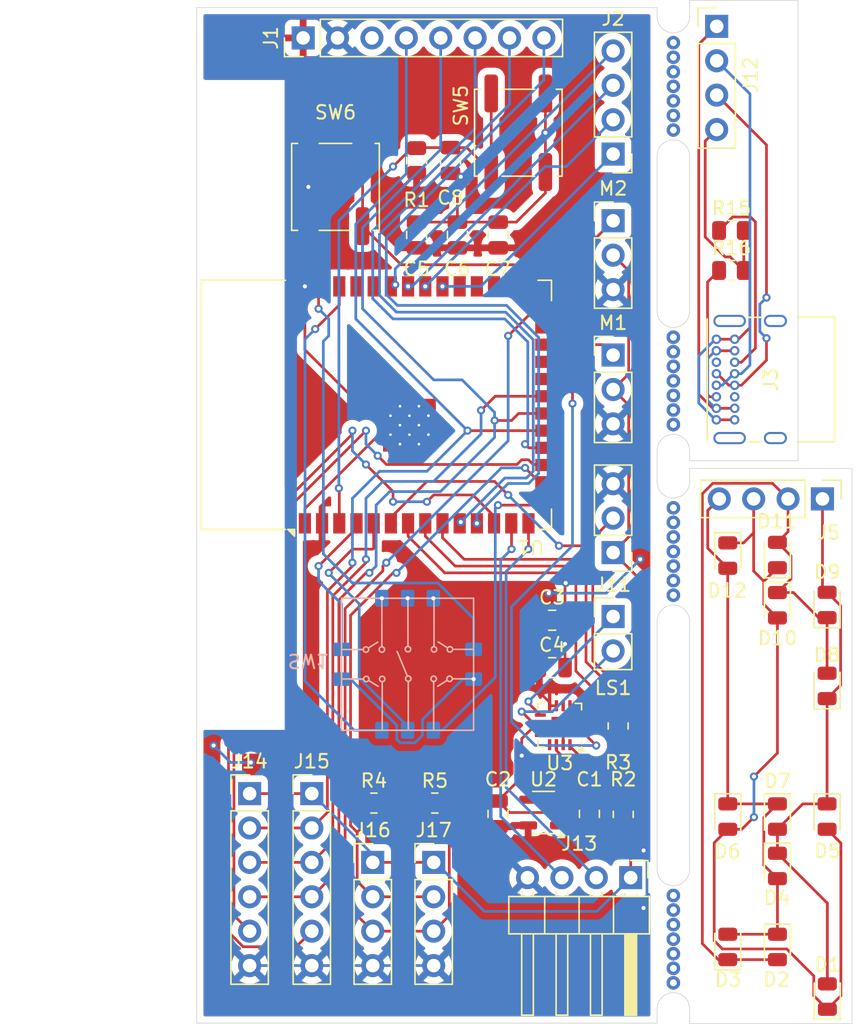
<source format=kicad_pcb>
(kicad_pcb (version 20241229) (generator "pcbnew") (generator_version "9.0")
  (layers (0 "F.Cu" signal) (2 "B.Cu" signal) (13 "F.Paste" user) (15 "B.Paste" user) (5 "F.SilkS" user "F.Silkscreen") (7 "B.SilkS" user "B.Silkscreen") (1 "F.Mask" user) (3 "B.Mask" user) (25 "Edge.Cuts" user))
  (net 0 "")
  (net 1 "GND")
  (net 2 "+5V")
  (net 3 "+3V3")
  (net 4 "RESET")
  (net 5 "LEDA")
  (net 6 "LEDB")
  (net 7 "LEDC")
  (net 8 "CS0")
  (net 9 "RES")
  (net 10 "SCK")
  (net 11 "D{slash}C")
  (net 12 "MOSI")
  (net 14 "UP")
  (net 16 "Net-(J3-CC1)")
  (net 17 "D+")
  (net 18 "D-")
  (net 21 "Net-(J3-CC2)")
  (net 25 "DOWN")
  (net 26 "LEFT")
  (net 27 "RIGHT")
  (net 28 "WS2812B")
  (net 29 "CS1")
  (net 30 "MISO")
  (net 31 "CS2")
  (net 32 "SCL")
  (net 33 "SDA")
  (net 34 "Net-(U3-OUTP)")
  (net 35 "Net-(U3-OUTN)")
  (net 36 "SERV1")
  (net 37 "SERV2")
  (net 38 "Net-(U2-EN)")
  (net 39 "Net-(U3-~{SD_MODE})")
  (net 40 "SDMODE")
  (net 41 "BOOT")
  (net 45 "BCLK")
  (net 48 "DIN")
  (net 49 "FCLK")
  (net 55 "LEDD")
  (net 56 "ENTER")
  (footprint "" (layer "F.Cu") (at 164.95 84.425)
    (property "Reference" "")
    (property "Value" "")
  )
  (footprint "LED_SMD:LED_0805_2012Metric" (layer "F.Cu") (at 176.32 153.79 90)
    (property "Reference" "D1")
    (property "Value" "LED")
  )
  (footprint "LED_SMD:LED_0805_2012Metric" (layer "F.Cu") (at 172.633 124.891 -90)
    (property "Reference" "D10")
    (property "Value" "LED")
  )
  (footprint "" (layer "F.Cu") (at 164.95 120.925)
    (property "Reference" "")
    (property "Value" "")
  )
  (footprint "Connector_PinHeader_2.54mm:PinHeader_1x03_P2.54mm_Vertical" (layer "F.Cu") (at 160.5 121 180)
    (property "Reference" "J11")
    (property "Value" "Conn_01x03_Pin")
  )
  (footprint "Connector_PinHeader_2.54mm:PinHeader_1x06_P2.54mm_Vertical" (layer "F.Cu") (at 138.25 138.8)
    (property "Reference" "J15")
    (property "Value" "Conn_01x06_Pin")
  )
  (footprint "Connector_PinHeader_2.54mm:PinHeader_1x04_P2.54mm_Vertical" (layer "F.Cu") (at 147.25 143.88)
    (property "Reference" "J17")
    (property "Value" "Conn_01x04_Pin")
  )
  (footprint "" (layer "F.Cu") (at 164.95 107.25)
    (property "Reference" "")
    (property "Value" "")
  )
  (footprint "" (layer "F.Cu") (at 164.95 152.775)
    (property "Reference" "")
    (property "Value" "")
  )
  (footprint "" (layer "F.Cu") (at 164.95992 87.65)
    (property "Reference" "")
    (property "Value" "")
  )
  (footprint "" (layer "F.Cu") (at 164.95 86.575)
    (property "Reference" "")
    (property "Value" "")
  )
  (footprint "" (layer "F.Cu") (at 164.95 148.475)
    (property "Reference" "")
    (property "Value" "")
  )
  (footprint "" (layer "F.Cu") (at 164.95 105.1)
    (property "Reference" "")
    (property "Value" "")
  )
  (footprint "" (layer "F.Cu") (at 164.95992 109.4)
    (property "Reference" "")
    (property "Value" "")
  )
  (footprint "Capacitor_SMD:C_0805_2012Metric" (layer "F.Cu") (at 152.01 97.55 90)
    (property "Reference" "C7")
    (property "Value" "1uF")
  )
  (footprint "Resistor_SMD:R_0805_2012Metric" (layer "F.Cu") (at 169.2385 97.224)
    (property "Reference" "R15")
    (property "Value" "5.1k")
  )
  (footprint "" (layer "F.Cu") (at 164.95 106.175)
    (property "Reference" "")
    (property "Value" "")
  )
  (footprint "RF_Module:ESP32-S3-WROOM-1" (layer "F.Cu") (at 143 110.095 90)
    (property "Reference" "U1")
    (property "Value" "ESP32-S3-WROOM-1")
  )
  (footprint "" (layer "F.Cu") (at 164.95 107.25)
    (property "Reference" "")
    (property "Value" "")
  )
  (footprint "" (layer "F.Cu") (at 164.95 117.7)
    (property "Reference" "")
    (property "Value" "")
  )
  (footprint "" (layer "F.Cu") (at 164.95 85.5)
    (property "Reference" "")
    (property "Value" "")
  )
  (footprint "Capacitor_SMD:C_0805_2012Metric" (layer "F.Cu") (at 156 126)
    (property "Reference" "C3")
    (property "Value" "0.1uF")
  )
  (footprint "Connector_PinHeader_2.54mm:PinHeader_1x02_P2.54mm_Vertical" (layer "F.Cu") (at 160.5 125.725)
    (property "Reference" "LS1")
    (property "Value" "Speaker")
  )
  (footprint "Capacitor_SMD:C_0805_2012Metric" (layer "F.Cu") (at 145.99 97.55 90)
    (property "Reference" "C5")
    (property "Value" "10uF")
  )
  (footprint "Connector_PinHeader_2.54mm:PinHeader_1x03_P2.54mm_Vertical" (layer "F.Cu") (at 160.5 96.5)
    (property "Reference" "M2")
    (property "Value" "Motor_Servo")
  )
  (footprint "" (layer "F.Cu") (at 164.95 119.85)
    (property "Reference" "")
    (property "Value" "")
  )
  (footprint "" (layer "F.Cu") (at 164.95 147.4)
    (property "Reference" "")
    (property "Value" "")
  )
  (footprint "" (layer "F.Cu") (at 164.95 151.7)
    (property "Reference" "")
    (property "Value" "")
  )
  (footprint "LED_SMD:LED_0805_2012Metric" (layer "F.Cu") (at 176.3 140.498 -90)
    (property "Reference" "D5")
    (property "Value" "LED")
  )
  (footprint "" (layer "F.Cu") (at 164.95 120.925)
    (property "Reference" "")
    (property "Value" "")
  )
  (footprint "" (layer "F.Cu") (at 164.95 149.55)
    (property "Reference" "")
    (property "Value" "")
  )
  (footprint "" (layer "F.Cu") (at 164.95 88.725)
    (property "Reference" "")
    (property "Value" "")
  )
  (footprint "" (layer "F.Cu") (at 164.95 118.775)
    (property "Reference" "")
    (property "Value" "")
  )
  (footprint "Connector_PinHeader_2.54mm:PinHeader_1x04_P2.54mm_Horizontal" (layer "F.Cu") (at 161.8 145.01 -90)
    (property "Reference" "J13")
    (property "Value" "Main board side")
  )
  (footprint "LED_SMD:LED_0805_2012Metric" (layer "F.Cu") (at 172.633 121.184 90)
    (property "Reference" "D11")
    (property "Value" "LED")
  )
  (footprint "" (layer "F.Cu") (at 164.95 152.775)
    (property "Reference" "")
    (property "Value" "")
  )
  (footprint "LED_SMD:LED_0805_2012Metric" (layer "F.Cu") (at 172.634 150.124 -90)
    (property "Reference" "D2")
    (property "Value" "LED")
  )
  (footprint "" (layer "F.Cu") (at 164.95 110.475)
    (property "Reference" "")
    (property "Value" "")
  )
  (footprint "" (layer "F.Cu") (at 164.95 108.325)
    (property "Reference" "")
    (property "Value" "")
  )
  (footprint "Connector_PinHeader_2.54mm:PinHeader_1x08_P2.54mm_Vertical" (layer "F.Cu") (at 137.61 83 90)
    (property "Reference" "J1")
    (property "Value" "Display header")
  )
  (footprint "" (layer "F.Cu") (at 164.95 124.15)
    (property "Reference" "")
    (property "Value" "")
  )
  (footprint "" (layer "F.Cu") (at 164.95 83.35)
    (property "Reference" "")
    (property "Value" "")
  )
  (footprint "" (layer "F.Cu") (at 164.95 119.85)
    (property "Reference" "")
    (property "Value" "")
  )
  (footprint "" (layer "F.Cu") (at 164.95 106.175)
    (property "Reference" "")
    (property "Value" "")
  )
  (footprint "Capacitor_SMD:C_0805_2012Metric" (layer "F.Cu") (at 158.75 140.3 90)
    (property "Reference" "C1")
    (property "Value" "1uF")
  )
  (footprint "Capacitor_SMD:C_0805_2012Metric" (layer "F.Cu") (at 149 97.55 90)
    (property "Reference" "C6")
    (property "Value" "10uF")
  )
  (footprint "LED_SMD:LED_0805_2012Metric" (layer "F.Cu") (at 176.3 124.871 90)
    (property "Reference" "D9")
    (property "Value" "LED")
  )
  (footprint "Connector_USB:USB_C_Receptacle_GCT_USB4085" (layer "F.Cu") (at 168.126 111.199 90)
    (property "Reference" "J3")
    (property "Value" "USB_C_Receptacle_USB2.0_16P")
  )
  (footprint "" (layer "F.Cu") (at 164.95992 150.625)
    (property "Reference" "")
    (property "Value" "")
  )
  (footprint "" (layer "F.Cu") (at 164.95 146.325)
    (property "Reference" "")
    (property "Value" "")
  )
  (footprint "" (layer "F.Cu") (at 164.95 89.8)
    (property "Reference" "")
    (property "Value" "")
  )
  (footprint "Resistor_SMD:R_0805_2012Metric" (layer "F.Cu") (at 142.8375 139.5)
    (property "Reference" "R4")
    (property "Value" "5.1k")
  )
  (footprint "Connector_PinHeader_2.54mm:PinHeader_1x04_P2.54mm_Vertical" (layer "F.Cu") (at 175.96 117.04 -90)
    (property "Reference" "J5")
    (property "Value" "Conn_01x04_Pin")
  )
  (footprint "" (layer "F.Cu") (at 164.95 123.075)
    (property "Reference" "")
    (property "Value" "")
  )
  (footprint "" (layer "F.Cu") (at 164.95 148.475)
    (property "Reference" "")
    (property "Value" "")
  )
  (footprint "" (layer "F.Cu") (at 164.95 147.4)
    (property "Reference" "")
    (property "Value" "")
  )
  (footprint "Capacitor_SMD:C_0805_2012Metric" (layer "F.Cu") (at 156 129.5)
    (property "Reference" "C4")
    (property "Value" "10uF")
  )
  (footprint "Package_TO_SOT_SMD:SOT-23-5" (layer "F.Cu") (at 155.3625 140.2 180)
    (property "Reference" "U2")
    (property "Value" "AP2112K-3.3")
  )
  (footprint "" (layer "F.Cu") (at 164.95 149.55)
    (property "Reference" "")
    (property "Value" "")
  )
  (footprint "Button_Switch_SMD:SW_Push_1P1T_NO_CK_KSC6xxJ" (layer "F.Cu") (at 140 94 90)
    (property "Reference" "SW6")
    (property "Value" "SW_Push")
  )
  (footprint "" (layer "F.Cu") (at 164.95 118.775)
    (property "Reference" "")
    (property "Value" "")
  )
  (footprint "Connector_PinHeader_2.54mm:PinHeader_1x03_P2.54mm_Vertical" (layer "F.Cu") (at 160.5 106.42)
    (property "Reference" "M1")
    (property "Value" "Motor_Servo")
  )
  (footprint "" (layer "F.Cu") (at 164.95 109.4)
    (property "Reference" "")
    (property "Value" "")
  )
  (footprint "LED_SMD:LED_0805_2012Metric" (layer "F.Cu") (at 172.634 144.144 -90)
    (property "Reference" "D4")
    (property "Value" "LED")
  )
  (footprint "" (layer "F.Cu") (at 164.95 110.475)
    (property "Reference" "")
    (property "Value" "")
  )
  (footprint "Resistor_SMD:R_0805_2012Metric" (layer "F.Cu") (at 161.25 140.3375 90)
    (property "Reference" "R2")
    (property "Value" "100k")
  )
  (footprint "Resistor_SMD:R_0805_2012Metric" (layer "F.Cu") (at 145.99 92.05 90)
    (property "Reference" "R1")
    (property "Value" "5.1k")
  )
  (footprint "LED_SMD:LED_0805_2012Metric" (layer "F.Cu") (at 168.966 121.224 -90)
    (property "Reference" "D12")
    (property "Value" "LED")
  )
  (footprint "Resistor_SMD:R_0805_2012Metric" (layer "F.Cu") (at 147.3375 139.5)
    (property "Reference" "R5")
    (property "Value" "5.1k")
  )
  (footprint "" (layer "F.Cu") (at 164.95 108.325)
    (property "Reference" "")
    (property "Value" "")
  )
  (footprint "Connector_PinHeader_2.54mm:PinHeader_1x04_P2.54mm_Vertical" (layer "F.Cu") (at 160.5 91.58 180)
    (property "Reference" "J2")
    (property "Value" "Conn_01x04_Pin")
  )
  (footprint "LED_SMD:LED_0805_2012Metric" (layer "F.Cu") (at 168.968 140.498 -90)
    (property "Reference" "D6")
    (property "Value" "LED")
  )
  (footprint "" (layer "F.Cu") (at 164.95 146.325)
    (property "Reference" "")
    (property "Value" "")
  )
  (footprint "Button_Switch_SMD:SW_Push_1P1T_NO_CK_KSC6xxJ" (layer "F.Cu") (at 153.5 90 -90)
    (property "Reference" "SW5")
    (property "Value" "SW_Push")
  )
  (footprint "LED_SMD:LED_0805_2012Metric" (layer "F.Cu") (at 168.967 150.124 90)
    (property "Reference" "D3")
    (property "Value" "LED")
  )
  (footprint "" (layer "F.Cu") (at 164.95 123.075)
    (property "Reference" "")
    (property "Value" "")
  )
  (footprint "Capacitor_SMD:C_0805_2012Metric" (layer "F.Cu") (at 148.49 92.05 -90)
    (property "Reference" "C8")
    (property "Value" "1uF")
  )
  (footprint "" (layer "F.Cu") (at 164.95 117.7)
    (property "Reference" "")
    (property "Value" "")
  )
  (footprint "" (layer "F.Cu") (at 164.95992 122)
    (property "Reference" "")
    (property "Value" "")
  )
  (footprint "Package_DFN_QFN:TQFN-16-1EP_3x3mm_P0.5mm_EP1.23x1.23mm" (layer "F.Cu") (at 156.5625 133.75 180)
    (property "Reference" "U3")
    (property "Value" "MAX98357A")
  )
  (footprint "Capacitor_SMD:C_0805_2012Metric" (layer "F.Cu") (at 152 140.3 90)
    (property "Reference" "C2")
    (property "Value" "1uF")
  )
  (footprint "" (layer "F.Cu") (at 164.95 150.625)
    (property "Reference" "")
    (property "Value" "")
  )
  (footprint "" (layer "F.Cu") (at 164.95 151.7)
    (property "Reference" "")
    (property "Value" "")
  )
  (footprint "" (layer "F.Cu") (at 164.95 122)
    (property "Reference" "")
    (property "Value" "")
  )
  (footprint "Connector_PinHeader_2.54mm:PinHeader_1x06_P2.54mm_Vertical" (layer "F.Cu") (at 133.66 138.8)
    (property "Reference" "J14")
    (property "Value" "Conn_01x06_Pin")
  )
  (footprint "Resistor_SMD:R_0805_2012Metric" (layer "F.Cu") (at 169.2385 100.174)
    (property "Reference" "R16")
    (property "Value" "5.1k")
  )
  (footprint "" (layer "F.Cu") (at 164.95 124.15)
    (property "Reference" "")
    (property "Value" "")
  )
  (footprint "LED_SMD:LED_0805_2012Metric" (layer "F.Cu") (at 176.3 130.851 90)
    (property "Reference" "D8")
    (property "Value" "LED")
  )
  (footprint "" (layer "F.Cu") (at 164.95 111.55)
    (property "Reference" "")
    (property "Value" "")
  )
  (footprint "" (layer "F.Cu") (at 164.95 105.1)
    (property "Reference" "")
    (property "Value" "")
  )
  (footprint "LED_SMD:LED_0805_2012Metric" (layer "F.Cu") (at 172.634 140.497 -90)
    (property "Reference" "D7")
    (property "Value" "LED")
  )
  (footprint "Connector_PinHeader_2.54mm:PinHeader_1x04_P2.54mm_Vertical" (layer "F.Cu") (at 168.151 82.144)
    (property "Reference" "J12")
    (property "Value" "Receptacle side")
  )
  (footprint "" (layer "F.Cu") (at 164.95 111.55)
    (property "Reference" "")
    (property "Value" "")
  )
  (footprint "Resistor_SMD:R_0805_2012Metric" (layer "F.Cu") (at 160.8725 133.81 -90)
    (property "Reference" "R3")
    (property "Value" "300k")
  )
  (footprint "Connector_PinHeader_2.54mm:PinHeader_1x04_P2.54mm_Vertical" (layer "F.Cu") (at 142.75 143.88)
    (property "Reference" "J16")
    (property "Value" "Conn_01x04_Pin")
  )
  (footprint "Button_Switch_SMD:COM-26850 D Pad" (layer "B.Cu") (at 153.425 123.5 180)
    (property "Reference" "SW1")
    (property "Value" "D Pad")
  )
  (gr_arc (start 166.15 144.4) (mid 164.95 145.6) (end 163.75 144.4) (stroke (width 0.05)) (layer "Edge.Cuts"))
  (gr_line (start 166.15 81.425) (end 166.15 80.224) (stroke (width 0.05)) (layer "Edge.Cuts"))
  (gr_line (start 129.75 80.75) (end 129.75 155.75) (stroke (width 0.05)) (layer "Edge.Cuts"))
  (gr_line (start 166.15 144.4) (end 166.15 126.075) (stroke (width 0.05)) (layer "Edge.Cuts"))
  (gr_line (start 166.15 114.79) (end 178.15 114.79) (stroke (width 0.05)) (layer "Edge.Cuts"))
  (gr_arc (start 166.15 103.175) (mid 164.95 104.375) (end 163.75 103.175) (stroke (width 0.05)) (layer "Edge.Cuts"))
  (gr_line (start 166.15 91.725) (end 166.15 103.175) (stroke (width 0.05)) (layer "Edge.Cuts"))
  (gr_line (start 166.15 114.224) (end 174.151 114.224) (stroke (width 0.05)) (layer "Edge.Cuts"))
  (gr_line (start 163.75 154.7) (end 163.75 155.75) (stroke (width 0.05)) (layer "Edge.Cuts"))
  (gr_line (start 163.75 115.775) (end 163.75 113.475) (stroke (width 0.05)) (layer "Edge.Cuts"))
  (gr_line (start 178.15 114.79) (end 178.15 155.79) (stroke (width 0.05)) (layer "Edge.Cuts"))
  (gr_arc (start 166.15 81.425) (mid 164.95 82.625) (end 163.75 81.425) (stroke (width 0.05)) (layer "Edge.Cuts"))
  (gr_line (start 174.151 80.224) (end 174.151 114.224) (stroke (width 0.05)) (layer "Edge.Cuts"))
  (gr_line (start 166.15 113.475) (end 166.15 114.224) (stroke (width 0.05)) (layer "Edge.Cuts"))
  (gr_line (start 174.151 80.224) (end 166.151 80.224) (stroke (width 0.05)) (layer "Edge.Cuts"))
  (gr_line (start 163.75 103.175) (end 163.75 91.725) (stroke (width 0.05)) (layer "Edge.Cuts"))
  (gr_line (start 163.75 80.75) (end 129.75 80.75) (stroke (width 0.05)) (layer "Edge.Cuts"))
  (gr_line (start 178.15 155.79) (end 166.15 155.79) (stroke (width 0.05)) (layer "Edge.Cuts"))
  (gr_arc (start 163.75 113.475) (mid 164.95 112.275) (end 166.15 113.475) (stroke (width 0.05)) (layer "Edge.Cuts"))
  (gr_arc (start 163.75 154.7) (mid 164.95 153.5) (end 166.15 154.7) (stroke (width 0.05)) (layer "Edge.Cuts"))
  (gr_line (start 166.15 115.775) (end 166.15 114.79) (stroke (width 0.05)) (layer "Edge.Cuts"))
  (gr_line (start 163.75 144.4) (end 163.75 126.075) (stroke (width 0.05)) (layer "Edge.Cuts"))
  (gr_arc (start 163.75 126.075) (mid 164.95 124.875) (end 166.15 126.075) (stroke (width 0.05)) (layer "Edge.Cuts"))
  (gr_line (start 166.15 155.79) (end 166.15 154.7) (stroke (width 0.05)) (layer "Edge.Cuts"))
  (gr_line (start 129.75 155.75) (end 163.75 155.75) (stroke (width 0.05)) (layer "Edge.Cuts"))
  (gr_arc (start 166.15 115.775) (mid 164.95 116.975) (end 163.75 115.775) (stroke (width 0.05)) (layer "Edge.Cuts"))
  (gr_arc (start 163.75 91.725) (mid 164.95 90.525) (end 166.15 91.725) (stroke (width 0.05)) (layer "Edge.Cuts"))
  (gr_line (start 163.75 81.425) (end 163.75 80.75) (stroke (width 0.05)) (layer "Edge.Cuts"))
  (segment (start 156.5 140.2) (end 157.9 140.2) (width 0.2) (layer "F.Cu") (net 1))
  (segment (start 168.126 111.199) (end 169.476 111.199) (width 0.2) (layer "F.Cu") (net 1))
  (segment (start 137.74 106.025) (end 137.74 101.345) (width 0.2) (layer "F.Cu") (net 1))
  (segment (start 152.85 140.2) (end 156.5 140.2) (width 0.2) (layer "F.Cu") (net 1))
  (segment (start 156.3125 134) (end 156.5625 133.75) (width 0.2) (layer "F.Cu") (net 1))
  (segment (start 156.8125 135.1875) (end 156.8125 134) (width 0.2) (layer "F.Cu") (net 1))
  (segment (start 155.5 90) (end 155.5 87.1) (width 0.2) (layer "F.Cu") (net 1))
  (segment (start 149 93.5) (end 149 96.6) (width 0.2) (layer "F.Cu") (net 1))
  (segment (start 138 96.9) (end 138 94) (width 0.2) (layer "F.Cu") (net 1))
  (segment (start 170.151 100.174) (end 170.607 100.63) (width 0.2) (layer "F.Cu") (net 1))
  (segment (start 170.151 97.224) (end 170.151 100.174) (width 0.2) (layer "F.Cu") (net 1))
  (segment (start 145.99 96.6) (end 152.01 96.6) (width 0.2) (layer "F.Cu") (net 1))
  (segment (start 156.8125 134) (end 156.5625 133.75) (width 0.2) (layer "F.Cu") (net 1))
  (segment (start 137.74 118.845) (end 137.74 117.76) (width 0.2) (layer "F.Cu") (net 1))
  (segment (start 167.301 97.69766) (end 168.77634 99.173) (width 0.2) (layer "F.Cu") (net 1))
  (segment (start 152.01 96.6) (end 153.35 96.6) (width 0.2) (layer "F.Cu") (net 1))
  (segment (start 155.125 134) (end 156.3125 134) (width 0.2) (layer "F.Cu") (net 1))
  (segment (start 169.15 99.173) (end 170.151 100.174) (width 0.2) (layer "F.Cu") (net 1))
  (segment (start 153.75 134.75) (end 153.75 136) (width 0.2) (layer "F.Cu") (net 1))
  (segment (start 143.205 112.295) (end 144.06 112.295) (width 0.2) (layer "F.Cu") (net 1))
  (segment (start 149.25 93.25) (end 149 93.5) (width 0.2) (layer "F.Cu") (net 1))
  (segment (start 167.301 90.614) (end 167.301 97.69766) (width 0.2) (layer "F.Cu") (net 1))
  (segment (start 156.95 129.5) (end 156.95 127.75) (width 0.2) (layer "F.Cu") (net 1))
  (segment (start 168.77634 99.173) (end 169.15 99.173) (width 0.2) (layer "F.Cu") (net 1))
  (segment (start 168.151 89.764) (end 167.301 90.614) (width 0.2) (layer "F.Cu") (net 1))
  (segment (start 137.74 117.76) (end 143.205 112.295) (width 0.2) (layer "F.Cu") (net 1))
  (segment (start 152 139.35) (end 152.85 140.2) (width 0.2) (layer "F.Cu") (net 1))
  (segment (start 153.75 136) (end 153.75 137.6) (width 0.2) (layer "F.Cu") (net 1))
  (segment (start 156.95 126) (end 156.95 123.3) (width 0.2) (layer "F.Cu") (net 1))
  (segment (start 155.125 134) (end 154.5 134) (width 0.2) (layer "F.Cu") (net 1))
  (segment (start 153.75 137.6) (end 152 139.35) (width 0.2) (layer "F.Cu") (net 1))
  (segment (start 156.95 123.3) (end 157 123.25) (width 0.2) (layer "F.Cu") (net 1))
  (segment (start 158 133.5) (end 156.8125 133.5) (width 0.2) (layer "F.Cu") (net 1))
  (segment (start 169.751 105.249) (end 168.126 105.249) (width 0.2) (layer "F.Cu") (net 1))
  (segment (start 155.5 92.9) (end 155.5 90) (width 0.2) (layer "F.Cu") (net 1))
  (segment (start 153.35 96.6) (end 155.5 94.45) (width 0.2) (layer "F.Cu") (net 1))
  (segment (start 157.9 140.2) (end 158.75 139.35) (width 0.2) (layer "F.Cu") (net 1))
  (segment (start 156.95 127.75) (end 156.95 126) (width 0.2) (layer "F.Cu") (net 1))
  (segment (start 145.46 111.595) (end 143.31 111.595) (width 0.2) (layer "F.Cu") (net 1))
  (segment (start 155.5 94.45) (end 155.5 92.9) (width 0.2) (layer "F.Cu") (net 1))
  (segment (start 170.607 100.63) (end 170.607 104.393) (width 0.2) (layer "F.Cu") (net 1))
  (segment (start 154.5 134) (end 153.75 134.75) (width 0.2) (layer "F.Cu") (net 1))
  (segment (start 156.8125 133.5) (end 156.5625 133.75) (width 0.2) (layer "F.Cu") (net 1))
  (segment (start 170.607 104.393) (end 169.751 105.249) (width 0.2) (layer "F.Cu") (net 1))
  (segment (start 143.31 111.595) (end 137.74 106.025) (width 0.2) (layer "F.Cu") (net 1))
  (segment (start 138 94) (end 138 91.1) (width 0.2) (layer "F.Cu") (net 1))
  (via (at 138 94) (size 0.6) (drill 0.3) (layers "F.Cu" "B.Cu") (net 1))
  (via (at 149.25 93.25) (size 0.6) (drill 0.3) (layers "F.Cu" "B.Cu") (net 1))
  (via (at 162.75 147.25) (size 0.6) (drill 0.3) (layers "F.Cu" "B.Cu") (net 1))
  (via (at 153.75 136) (size 0.6) (drill 0.3) (layers "F.Cu" "B.Cu") (net 1))
  (via (at 155.5 90) (size 0.6) (drill 0.3) (layers "F.Cu" "B.Cu") (net 1))
  (via (at 157 123.25) (size 0.6) (drill 0.3) (layers "F.Cu" "B.Cu") (net 1))
  (via (at 156.95 127.75) (size 0.6) (drill 0.3) (layers "F.Cu" "B.Cu") (net 1))
  (via (at 162.75 143) (size 0.6) (drill 0.3) (layers "F.Cu" "B.Cu") (net 1))
  (via (at 137.74 101.345) (size 0.6) (drill 0.3) (layers "F.Cu" "B.Cu") (net 1))
  (segment (start 162.75 143) (end 163 143.25) (width 0.2) (layer "B.Cu") (net 1))
  (segment (start 147.25 151.5) (end 133.66 151.5) (width 0.2) (layer "B.Cu") (net 1))
  (segment (start 166.826 109.969654) (end 166.826 106.478346) (width 0.2) (layer "B.Cu") (net 1))
  (segment (start 163 147) (end 162.75 147.25) (width 0.2) (layer "B.Cu") (net 1))
  (segment (start 168.055346 105.249) (end 168.126 105.249) (width 0.2) (layer "B.Cu") (net 1))
  (segment (start 166.826 106.478346) (end 168.055346 105.249) (width 0.2) (layer "B.Cu") (net 1))
  (segment (start 168.055346 111.199) (end 166.826 109.969654) (width 0.2) (layer "B.Cu") (net 1))
  (segment (start 168.126 111.199) (end 168.055346 111.199) (width 0.2) (layer "B.Cu") (net 1))
  (segment (start 163 143.25) (end 163 147) (width 0.2) (layer "B.Cu") (net 1))
  (segment (start 169.476 106.099) (end 168.126 106.099) (width 0.2) (layer "F.Cu") (net 2))
  (segment (start 161.651 110.111) (end 161.651 119.849) (width 0.2) (layer "F.Cu") (net 2))
  (segment (start 168.126 110.349) (end 169.476 110.349) (width 0.2) (layer "F.Cu") (net 2))
  (segment (start 167.859852 110.349) (end 168.126 110.349) (width 0.2) (layer "F.Cu") (net 2))
  (segment (start 147.25 143.88) (end 142.75 143.88) (width 0.2) (layer "F.Cu") (net 2))
  (segment (start 166.826 109.315148) (end 167.859852 110.349) (width 0.2) (layer "F.Cu") (net 2))
  (segment (start 160.5 108.96) (end 161.651 110.111) (width 0.2) (layer "F.Cu") (net 2))
  (segment (start 162.901 139.599) (end 161.25 141.25) (width 0.2) (layer "F.Cu") (net 2))
  (segment (start 156.6 141.25) (end 156.5 141.15) (width 0.2) (layer "F.Cu") (net 2))
  (segment (start 166.826 83.469) (end 166.826 109.315148) (width 0.2) (layer "F.Cu") (net 2))
  (segment (start 161.25 141.25) (end 156.6 141.25) (width 0.2) (layer "F.Cu") (net 2))
  (segment (start 160.5 121) (end 162.901 123.401) (width 0.2) (layer "F.Cu") (net 2))
  (segment (start 161.651 107.809) (end 160.5 108.96) (width 0.2) (layer "F.Cu") (net 2))
  (segment (start 138.25 138.8) (end 133.66 138.8) (width 0.2) (layer "F.Cu") (net 2))
  (segment (start 161.8 141.8) (end 161.25 141.25) (width 0.2) (layer "F.Cu") (net 2))
  (segment (start 162.901 123.401) (end 162.901 139.599) (width 0.2) (layer "F.Cu") (net 2))
  (segment (start 161.8 145.01) (end 161.8 141.8) (width 0.2) (layer "F.Cu") (net 2))
  (segment (start 161.651 119.849) (end 160.5 121) (width 0.2) (layer "F.Cu") (net 2))
  (segment (start 161.651 100.191) (end 161.651 107.809) (width 0.2) (layer "F.Cu") (net 2))
  (segment (start 168.151 82.144) (end 166.826 83.469) (width 0.2) (layer "F.Cu") (net 2))
  (segment (start 160.5 99.04) (end 161.651 100.191) (width 0.2) (layer "F.Cu") (net 2))
  (segment (start 168.055346 110.349) (end 167.475 109.768654) (width 0.2) (layer "B.Cu") (net 2))
  (segment (start 167.475 106.679346) (end 168.055346 106.099) (width 0.2) (layer "B.Cu") (net 2))
  (segment (start 159.31 147.5) (end 161.8 145.01) (width 0.2) (layer "B.Cu") (net 2))
  (segment (start 147.38 143.88) (end 151 147.5) (width 0.2) (layer "B.Cu") (net 2))
  (segment (start 168.055346 106.099) (end 168.126 106.099) (width 0.2) (layer "B.Cu") (net 2))
  (segment (start 168.126 110.349) (end 168.055346 110.349) (width 0.2) (layer "B.Cu") (net 2))
  (segment (start 151 147.5) (end 159.31 147.5) (width 0.2) (layer "B.Cu") (net 2))
  (segment (start 147.25 143.88) (end 147.38 143.88) (width 0.2) (layer "B.Cu") (net 2))
  (segment (start 142.75 143.3) (end 138.25 138.8) (width 0.2) (layer "B.Cu") (net 2))
  (segment (start 167.475 109.768654) (end 167.475 106.679346) (width 0.2) (layer "B.Cu") (net 2))
  (segment (start 142.75 143.88) (end 142.75 143.3) (width 0.2) (layer "B.Cu") (net 2))
  (segment (start 155.8125 132.0625) (end 155.05 131.3) (width 0.2) (layer "F.Cu") (net 3))
  (segment (start 155.8125 132.3125) (end 155.8125 132.0625) (width 0.2) (layer "F.Cu") (net 3))
  (segment (start 154.225 141.15) (end 152.1 141.15) (width 0.2) (layer "F.Cu") (net 3))
  (segment (start 145.424 138.499) (end 142.926 138.499) (width 0.2) (layer "F.Cu") (net 3))
  (segment (start 142.926 138.499) (end 141.925 139.5) (width 0.2) (layer "F.Cu") (net 3))
  (segment (start 147.925 138) (end 146.425 139.5) (width 0.2) (layer "F.Cu") (net 3))
  (segment (start 148.75 138) (end 147.925 138) (width 0.2) (layer "F.Cu") (net 3))
  (segment (start 144.5 94.4525) (end 144.5 97.01) (width 0.2) (layer "F.Cu") (net 3))
  (segment (start 155.05 131.3) (end 155.05 129.5) (width 0.2) (layer "F.Cu") (net 3))
  (segment (start 144.5 97.01) (end 145.99 98.5) (width 0.2) (layer "F.Cu") (net 3))
  (segment (start 145.99 92.9625) (end 144.5 94.4525) (width 0.2) (layer "F.Cu") (net 3))
  (segment (start 146.425 139.5) (end 145.424 138.499) (width 0.2) (layer "F.Cu") (net 3))
  (segment (start 152 141.25) (end 148.75 138) (width 0.2) (layer "F.Cu") (net 3))
  (segment (start 156.3125 132.3125) (end 155.8125 132.3125) (width 0.2) (layer "F.Cu") (net 3))
  (segment (start 152.1 141.15) (end 152 141.25) (width 0.2) (layer "F.Cu") (net 3))
  (via (at 143.425 124.375) (size 0.6) (drill 0.3) (layers "F.Cu" "B.Cu") (net 3))
  (via (at 145.325 124.375) (size 0.6) (drill 0.3) (layers "F.Cu" "B.Cu") (net 3))
  (via (at 162.5 121.5) (size 0.6) (drill 0.3) (layers "F.Cu" "B.Cu") (net 3))
  (via (at 155.75 124) (size 0.6) (drill 0.3) (layers "F.Cu" "B.Cu") (net 3))
  (via (at 150.2 130.35) (size 0.6) (drill 0.3) (layers "F.Cu" "B.Cu") (net 3))
  (via (at 147.225 124.375) (size 0.6) (drill 0.3) (layers "F.Cu" "B.Cu") (net 3))
  (via (at 131 135.25) (size 0.6) (drill 0.3) (layers "F.Cu" "B.Cu") (net 3))
  (via (at 133.75 136.5) (size 0.6) (drill 0.3) (layers "F.Cu" "B.Cu") (net 3))
  (segment (start 144.524 133.757032) (end 144.524 134.790968) (width 0.2) (layer "B.Cu") (net 3))
  (segment (start 133.75 136.5) (end 132.25 136.5) (width 0.2) (layer "B.Cu") (net 3))
  (segment (start 140.45 130.35) (end 141.116968 130.35) (width 0.2) (layer "B.Cu") (net 3))
  (segment (start 160 124) (end 155.75 124) (width 0.2) (layer "B.Cu") (net 3))
  (segment (start 162.5 121.5) (end 160 124) (width 0.2) (layer "B.Cu") (net 3))
  (segment (start 149.4 130.35) (end 150.2 130.35) (width 0.2) (layer "B.Cu") (net 3))
  (segment (start 141.116968 130.35) (end 144.524 133.757032) (width 0.2) (layer "B.Cu") (net 3))
  (segment (start 132.25 136.5) (end 131 135.25) (width 0.2) (layer "B.Cu") (net 3))
  (segment (start 144.524 134.790968) (end 144.784032 135.051) (width 0.2) (layer "B.Cu") (net 3))
  (segment (start 146.424 133.326) (end 149.4 130.35) (width 0.2) (layer "B.Cu") (net 3))
  (segment (start 146.424 134.492968) (end 146.424 133.326) (width 0.2) (layer "B.Cu") (net 3))
  (segment (start 144.784032 135.051) (end 145.865968 135.051) (width 0.2) (layer "B.Cu") (net 3))
  (segment (start 145.865968 135.051) (end 146.424 134.492968) (width 0.2) (layer "B.Cu") (net 3))
  (segment (start 140.25 116.25) (end 140.28 116.28) (width 0.2) (layer "F.Cu") (net 4))
  (segment (start 149.7 91.1) (end 151.5 92.9) (width 0.2) (layer "F.Cu") (net 4))
  (segment (start 148.49 91.1) (end 146.0275 91.1) (width 0.2) (layer "F.Cu") (net 4))
  (segment (start 145.99 91.1375) (end 145.9525 91.1) (width 0.2) (layer "F.Cu") (net 4))
  (segment (start 145.9525 91.1) (end 145.65 91.1) (width 0.2) (layer "F.Cu") (net 4))
  (segment (start 140.28 116.28) (end 140.28 118.845) (width 0.2) (layer "F.Cu") (net 4))
  (segment (start 151.5 87.1) (end 151.5 92.9) (width 0.2) (layer "F.Cu") (net 4))
  (segment (start 145.65 91.1) (end 144.25 92.5) (width 0.2) (layer "F.Cu") (net 4))
  (segment (start 148.49 91.1) (end 149.7 91.1) (width 0.2) (layer "F.Cu") (net 4))
  (segment (start 146.0275 91.1) (end 145.99 91.1375) (width 0.2) (layer "F.Cu") (net 4))
  (via (at 140.25 116.25) (size 0.6) (drill 0.3) (layers "F.Cu" "B.Cu") (net 4))
  (via (at 144.25 92.5) (size 0.6) (drill 0.3) (layers "F.Cu" "B.Cu") (net 4))
  (segment (start 140.25 96.5) (end 140.25 116.25) (width 0.2) (layer "B.Cu") (net 4))
  (segment (start 144.25 92.5) (end 140.25 96.5) (width 0.2) (layer "B.Cu") (net 4))
  (segment (start 177.301 124.9345) (end 177.301 130.7875) (width 0.2) (layer "F.Cu") (net 5))
  (segment (start 172.634 141.4345) (end 172.634 143.2065) (width 0.2) (layer "F.Cu") (net 5))
  (segment (start 176.3 123.9335) (end 177.301 124.9345) (width 0.2) (layer "F.Cu") (net 5))
  (segment (start 173.236 141.4355) (end 173.235 141.4345) (width 0.2) (layer "F.Cu") (net 5))
  (segment (start 176.32 146.8925) (end 172.634 143.2065) (width 0.2) (layer "F.Cu") (net 5))
  (segment (start 176.3 139.5605) (end 174.508 139.5605) (width 0.2) (layer "F.Cu") (net 5))
  (segment (start 175.96 123.5935) (end 176.3 123.9335) (width 0.2) (layer "F.Cu") (net 5))
  (segment (start 176.3 131.7885) (end 176.3 139.5605) (width 0.2) (layer "F.Cu") (net 5))
  (segment (start 176.32 152.8525) (end 176.32 146.8925) (width 0.2) (layer "F.Cu") (net 5))
  (segment (start 177.301 130.7875) (end 176.3 131.7885) (width 0.2) (layer "F.Cu") (net 5))
  (segment (start 174.508 139.5605) (end 172.634 141.4345) (width 0.2) (layer "F.Cu") (net 5))
  (segment (start 175.96 117.04) (end 175.96 123.5935) (width 0.2) (layer "F.Cu") (net 5))
  (via (at 147.9 101.345) (size 0.6) (drill 0.3) (layers "F.Cu" "B.Cu") (net 5))
  (segment (start 150.735 101.345) (end 160.5 91.58) (width 0.2) (layer "B.Cu") (net 5))
  (segment (start 147.9 101.345) (end 150.735 101.345) (width 0.2) (layer "B.Cu") (net 5))
  (segment (start 173.8135 123.9535) (end 172.633 123.9535) (width 0.2) (layer "F.Cu") (net 6))
  (segment (start 168.967 151.0615) (end 168.267001 151.0615) (width 0.2) (layer "F.Cu") (net 6))
  (segment (start 176.3 129.9135) (end 176.3 125.8085) (width 0.2) (layer "F.Cu") (net 6))
  (segment (start 173.634 122.9525) (end 173.634 121.2475) (width 0.2) (layer "F.Cu") (net 6))
  (segment (start 175.6685 125.8085) (end 173.8135 123.9535) (width 0.2) (layer "F.Cu") (net 6))
  (segment (start 172.633 123.9535) (end 173.634 122.9525) (width 0.2) (layer "F.Cu") (net 6))
  (segment (start 168.967 151.0615) (end 172.634 151.0615) (width 0.2) (layer "F.Cu") (net 6))
  (segment (start 176.3 125.8085) (end 175.6685 125.8085) (width 0.2) (layer "F.Cu") (net 6))
  (segment (start 167.089 116.66324) (end 167.86324 115.889) (width 0.2) (layer "F.Cu") (net 6))
  (segment (start 167.089 149.883499) (end 167.089 116.66324) (width 0.2) (layer "F.Cu") (net 6))
  (segment (start 173.634 121.2475) (end 172.633 120.2465) (width 0.2) (layer "F.Cu") (net 6))
  (segment (start 168.267001 151.0615) (end 167.089 149.883499) (width 0.2) (layer "F.Cu") (net 6))
  (segment (start 173.42 119.4595) (end 173.42 117.04) (width 0.2) (layer "F.Cu") (net 6))
  (segment (start 167.86324 115.889) (end 172.269 115.889) (width 0.2) (layer "F.Cu") (net 6))
  (segment (start 172.269 115.889) (end 173.42 117.04) (width 0.2) (layer "F.Cu") (net 6))
  (segment (start 172.633 120.2465) (end 173.42 119.4595) (width 0.2) (layer "F.Cu") (net 6))
  (segment (start 172.654 151.0615) (end 172.634 151.0615) (width 0.2) (layer "F.Cu") (net 6))
  (via (at 146.63 101.345) (size 0.6) (drill 0.3) (layers "F.Cu" "B.Cu") (net 6))
  (segment (start 146.63 101.345) (end 155.475 92.5) (width 0.2) (layer "B.Cu") (net 6))
  (segment (start 157.04 92.5) (end 160.5 89.04) (width 0.2) (layer "B.Cu") (net 6))
  (segment (start 155.475 92.5) (end 157.04 92.5) (width 0.2) (layer "B.Cu") (net 6))
  (segment (start 173.322646 150.273) (end 175.319 152.269354) (width 0.2) (layer "F.Cu") (net 7))
  (segment (start 168.576354 150.273) (end 173.322646 150.273) (width 0.2) (layer "F.Cu") (net 7))
  (segment (start 170.1335 120.2865) (end 170.88 119.54) (width 0.2) (layer "F.Cu") (net 7))
  (segment (start 175.319 152.269354) (end 175.319 153.7265) (width 0.2) (layer "F.Cu") (net 7))
  (segment (start 168.966 120.2865) (end 170.1335 120.2865) (width 0.2) (layer "F.Cu") (net 7))
  (segment (start 167.966 149.662646) (end 168.576354 150.273) (width 0.2) (layer "F.Cu") (net 7))
  (segment (start 175.319 153.7265) (end 176.32 154.7275) (width 0.2) (layer "F.Cu") (net 7))
  (segment (start 168.968 141.4355) (end 167.966 142.4375) (width 0.2) (layer "F.Cu") (net 7))
  (segment (start 171.632 123.1225) (end 172.633 122.1215) (width 0.2) (layer "F.Cu") (net 7))
  (segment (start 170.88 122.3705) (end 170.88 119.54) (width 0.2) (layer "F.Cu") (net 7))
  (segment (start 171.632 124.8275) (end 171.632 123.1225) (width 0.2) (layer "F.Cu") (net 7))
  (segment (start 177.321 153.7265) (end 176.32 154.7275) (width 0.2) (layer "F.Cu") (net 7))
  (segment (start 172.633 135.807) (end 170.9 137.54) (width 0.2) (layer "F.Cu") (net 7))
  (segment (start 171.632 123.1225) (end 170.88 122.3705) (width 0.2) (layer "F.Cu") (net 7))
  (segment (start 172.633 125.8285) (end 172.633 135.807) (width 0.2) (layer "F.Cu") (net 7))
  (segment (start 170.9 140.54) (end 170.0045 141.4355) (width 0.2) (layer "F.Cu") (net 7))
  (segment (start 170.0045 141.4355) (end 168.968 141.4355) (width 0.2) (layer "F.Cu") (net 7))
  (segment (start 172.633 125.8285) (end 171.632 124.8275) (width 0.2) (layer "F.Cu") (net 7))
  (segment (start 176.3 141.4355) (end 177.321 142.4565) (width 0.2) (layer "F.Cu") (net 7))
  (segment (start 167.966 142.4375) (end 167.966 149.662646) (width 0.2) (layer "F.Cu") (net 7))
  (segment (start 177.321 142.4565) (end 177.321 153.7265) (width 0.2) (layer "F.Cu") (net 7))
  (segment (start 170.88 119.54) (end 170.88 117.04) (width 0.2) (layer "F.Cu") (net 7))
  (via (at 145.36 101.345) (size 0.6) (drill 0.3) (layers "F.Cu" "B.Cu") (net 7))
  (via (at 170.9 140.54) (size 0.6) (drill 0.3) (layers "F.Cu" "B.Cu") (net 7))
  (via (at 170.9 137.54) (size 0.6) (drill 0.3) (layers "F.Cu" "B.Cu") (net 7))
  (segment (start 145.655 101.345) (end 160.5 86.5) (width 0.2) (layer "B.Cu") (net 7))
  (segment (start 170.9 137.54) (end 170.9 140.54) (width 0.2) (layer "B.Cu") (net 7))
  (segment (start 145.36 101.345) (end 145.655 101.345) (width 0.2) (layer "B.Cu") (net 7))
  (segment (start 154.27 113.27) (end 154 113) (width 0.2) (layer "F.Cu") (net 8))
  (segment (start 155.5 113.27) (end 154.27 113.27) (width 0.2) (layer "F.Cu") (net 8))
  (via (at 154 113) (size 0.6) (drill 0.3) (layers "F.Cu" "B.Cu") (net 8))
  (segment (start 152.5 103.75) (end 154.2 105.45) (width 0.2) (layer "B.Cu") (net 8))
  (segment (start 150.31 89.69) (end 142.75 97.25) (width 0.2) (layer "B.Cu") (net 8))
  (segment (start 142.75 102.25) (end 144.25 103.75) (width 0.2) (layer "B.Cu") (net 8))
  (segment (start 144.25 103.75) (end 152.5 103.75) (width 0.2) (layer "B.Cu") (net 8))
  (segment (start 154.2 112.8) (end 154 113) (width 0.2) (layer "B.Cu") (net 8))
  (segment (start 142.75 97.25) (end 142.75 102.25) (width 0.2) (layer "B.Cu") (net 8))
  (segment (start 154.2 105.45) (end 154.2 112.8) (width 0.2) (layer "B.Cu") (net 8))
  (segment (start 150.31 83) (end 150.31 89.69) (width 0.2) (layer "B.Cu") (net 8))
  (via (at 150.44 118.845) (size 0.6) (drill 0.3) (layers "F.Cu" "B.Cu") (net 9))
  (segment (start 155.002 105.1178) (end 152.6342 102.75) (width 0.2) (layer "B.Cu") (net 9))
  (segment (start 155.002 115.165043) (end 155.002 105.1178) (width 0.2) (layer "B.Cu") (net 9))
  (segment (start 154.266043 115.901) (end 155.002 115.165043) (width 0.2) (layer "B.Cu") (net 9))
  (segment (start 150.44 118.845) (end 150.44 118.210057) (width 0.2) (layer "B.Cu") (net 9))
  (segment (start 143.75 101.9329) (end 143.75 97.75) (width 0.2) (layer "B.Cu") (net 9))
  (segment (start 152.749057 115.901) (end 154.266043 115.901) (width 0.2) (layer "B.Cu") (net 9))
  (segment (start 152.6342 102.75) (end 144.5671 102.75) (width 0.2) (layer "B.Cu") (net 9))
  (segment (start 155.39 86.11) (end 155.39 83) (width 0.2) (layer "B.Cu") (net 9))
  (segment (start 144.5671 102.75) (end 143.75 101.9329) (width 0.2) (layer "B.Cu") (net 9))
  (segment (start 150.44 118.210057) (end 152.749057 115.901) (width 0.2) (layer "B.Cu") (net 9))
  (segment (start 143.75 97.75) (end 155.39 86.11) (width 0.2) (layer "B.Cu") (net 9))
  (segment (start 140.25 144.42) (end 140.25 124.5) (width 0.2) (layer "F.Cu") (net 10))
  (segment (start 153 111.25) (end 153.52 110.73) (width 0.2) (layer "F.Cu") (net 10))
  (segment (start 151.75 111.25) (end 153 111.25) (width 0.2) (layer "F.Cu") (net 10))
  (segment (start 153.52 110.73) (end 155.5 110.73) (width 0.2) (layer "F.Cu") (net 10))
  (segment (start 138.25 146.42) (end 133.66 146.42) (width 0.2) (layer "F.Cu") (net 10))
  (segment (start 142.25 122.5) (end 142.5 122.5) (width 0.2) (layer "F.Cu") (net 10))
  (segment (start 138.25 146.42) (end 140.25 144.42) (width 0.2) (layer "F.Cu") (net 10))
  (segment (start 140.25 124.5) (end 142.25 122.5) (width 0.2) (layer "F.Cu") (net 10))
  (via (at 142.5 122.5) (size 0.6) (drill 0.3) (layers "F.Cu" "B.Cu") (net 10))
  (via (at 151.75 111.25) (size 0.6) (drill 0.3) (layers "F.Cu" "B.Cu") (net 10))
  (segment (start 144 116.5) (end 143 117.5) (width 0.2) (layer "B.Cu") (net 10))
  (segment (start 147.77 91.23) (end 142 97) (width 0.2) (layer "B.Cu") (net 10))
  (segment (start 151.75 111.25) (end 151.75 112.5) (width 0.2) (layer "B.Cu") (net 10))
  (segment (start 143 117.5) (end 143 122) (width 0.2) (layer "B.Cu") (net 10))
  (segment (start 142 97) (end 142 103) (width 0.2) (layer "B.Cu") (net 10))
  (segment (start 147.77 83) (end 147.77 91.23) (width 0.2) (layer "B.Cu") (net 10))
  (segment (start 142 103) (end 147.25 108.25) (width 0.2) (layer "B.Cu") (net 10))
  (segment (start 151.75 112.5) (end 147.75 116.5) (width 0.2) (layer "B.Cu") (net 10))
  (segment (start 149.349943 108.25) (end 151.75 110.650057) (width 0.2) (layer "B.Cu") (net 10))
  (segment (start 151.75 110.650057) (end 151.75 111.25) (width 0.2) (layer "B.Cu") (net 10))
  (segment (start 147.25 108.25) (end 149.349943 108.25) (width 0.2) (layer "B.Cu") (net 10))
  (segment (start 147.75 116.5) (end 144 116.5) (width 0.2) (layer "B.Cu") (net 10))
  (segment (start 143 122) (end 142.5 122.5) (width 0.2) (layer "B.Cu") (net 10))
  (via (at 149.25 118.75) (size 0.6) (drill 0.3) (layers "F.Cu" "B.Cu") (net 11))
  (segment (start 152.5 115.5) (end 149.25 118.75) (width 0.2) (layer "B.Cu") (net 11))
  (segment (start 154.601 114.998943) (end 154.099943 115.5) (width 0.2) (layer "B.Cu") (net 11))
  (segment (start 154.099943 115.5) (end 154 115.5) (width 0.2) (layer "B.Cu") (net 11))
  (segment (start 144.5 103.25) (end 152.5671 103.25) (width 0.2) (layer "B.Cu") (net 11))
  (segment (start 154 115.5) (end 152.5 115.5) (width 0.2) (layer "B.Cu") (net 11))
  (segment (start 143.25 102) (end 144.5 103.25) (width 0.2) (layer "B.Cu") (net 11))
  (segment (start 152.85 87.9) (end 143.25 97.5) (width 0.2) (layer "B.Cu") (net 11))
  (segment (start 154.601 105.2839) (end 154.601 114.998943) (width 0.2) (layer "B.Cu") (net 11))
  (segment (start 143.25 97.5) (end 143.25 102) (width 0.2) (layer "B.Cu") (net 11))
  (segment (start 152.5671 103.25) (end 154.601 105.2839) (width 0.2) (layer "B.Cu") (net 11))
  (segment (start 152.85 83) (end 152.85 87.9) (width 0.2) (layer "B.Cu") (net 11))
  (segment (start 140.75 122.5) (end 141.25 122) (width 0.2) (layer "F.Cu") (net 12))
  (segment (start 133.66 141.34) (end 138.25 141.34) (width 0.2) (layer "F.Cu") (net 12))
  (segment (start 138.25 141.34) (end 139.401 140.189) (width 0.2) (layer "F.Cu") (net 12))
  (segment (start 141.25 122) (end 141.25 121.75) (width 0.2) (layer "F.Cu") (net 12))
  (segment (start 139.401 123.849) (end 140.75 122.5) (width 0.2) (layer "F.Cu") (net 12))
  (segment (start 139.401 140.189) (end 139.401 123.849) (width 0.2) (layer "F.Cu") (net 12))
  (segment (start 155.5 112) (end 149.75 112) (width 0.2) (layer "F.Cu") (net 12))
  (via (at 141.25 121.75) (size 0.6) (drill 0.3) (layers "F.Cu" "B.Cu") (net 12))
  (via (at 149.75 112) (size 0.6) (drill 0.3) (layers "F.Cu" "B.Cu") (net 12))
  (segment (start 146.75 115) (end 149.75 112) (width 0.2) (layer "B.Cu") (net 12))
  (segment (start 141.5 103.75) (end 149.75 112) (width 0.2) (layer "B.Cu") (net 12))
  (segment (start 141.25 121.75) (end 141.25 117) (width 0.2) (layer "B.Cu") (net 12))
  (segment (start 141.5 96.75) (end 141.5 103.75) (width 0.2) (layer "B.Cu") (net 12))
  (segment (start 145.23 93.02) (end 141.5 96.75) (width 0.2) (layer "B.Cu") (net 12))
  (segment (start 145.23 83) (end 145.23 93.02) (width 0.2) (layer "B.Cu") (net 12))
  (segment (start 141.25 117) (end 143.25 115) (width 0.2) (layer "B.Cu") (net 12))
  (segment (start 143.25 115) (end 146.75 115) (width 0.2) (layer "B.Cu") (net 12))
  (segment (start 138.75 103) (end 138.75 101.605) (width 0.2) (layer "F.Cu") (net 14))
  (segment (start 138.75 101.605) (end 139.01 101.345) (width 0.2) (layer "F.Cu") (net 14))
  (via (at 138.75 103) (size 0.6) (drill 0.3) (layers "F.Cu" "B.Cu") (net 14))
  (segment (start 139.5 105) (end 139.5 103.75) (width 0.2) (layer "B.Cu") (net 14))
  (segment (start 139.101 121.101) (end 139.101 105.399) (width 0.2) (layer "B.Cu") (net 14))
  (segment (start 150.2 125.883032) (end 147.566968 123.25) (width 0.2) (layer "B.Cu") (net 14))
  (segment (start 147.566968 123.25) (end 141.25 123.25) (width 0.2) (layer "B.Cu") (net 14))
  (segment (start 150.2 128.15) (end 150.2 125.883032) (width 0.2) (layer "B.Cu") (net 14))
  (segment (start 139.5 103.75) (end 138.75 103) (width 0.2) (layer "B.Cu") (net 14))
  (segment (start 139.101 105.399) (end 139.5 105) (width 0.2) (layer "B.Cu") (net 14))
  (segment (start 141.25 123.25) (end 139.101 121.101) (width 0.2) (layer "B.Cu") (net 14))
  (segment (start 167.475 101.025) (end 167.475 109.342974) (width 0.2) (layer "F.Cu") (net 16))
  (segment (start 167.631026 109.499) (end 168.126 109.499) (width 0.2) (layer "F.Cu") (net 16))
  (segment (start 167.475 109.342974) (end 167.631026 109.499) (width 0.2) (layer "F.Cu") (net 16))
  (segment (start 168.326 100.174) (end 167.475 101.025) (width 0.2) (layer "F.Cu") (net 16))
  (segment (start 154.25 120.75) (end 154.25 118.845) (width 0.2) (layer "F.Cu") (net 17))
  (via (at 154.25 120.75) (size 0.6) (drill 0.3) (layers "F.Cu" "B.Cu") (net 17))
  (segment (start 168.126 108.649) (end 168.555346 108.649) (width 0.2) (layer "B.Cu") (net 17))
  (segment (start 168.555346 108.649) (end 169.405346 107.799) (width 0.2) (layer "B.Cu") (net 17))
  (segment (start 169.476 107.799) (end 169.970974 107.799) (width 0.2) (layer "B.Cu") (net 17))
  (segment (start 159.26 145.01) (end 152.599 138.349) (width 0.2) (layer "B.Cu") (net 17))
  (segment (start 170.607 87.14) (end 168.151 84.684) (width 0.2) (layer "B.Cu") (net 17))
  (segment (start 170.607 107.162974) (end 170.607 87.14) (width 0.2) (layer "B.Cu") (net 17))
  (segment (start 169.970974 107.799) (end 170.607 107.162974) (width 0.2) (layer "B.Cu") (net 17))
  (segment (start 152.599 122.401) (end 154.25 120.75) (width 0.2) (layer "B.Cu") (net 17))
  (segment (start 152.599 138.349) (end 152.599 122.401) (width 0.2) (layer "B.Cu") (net 17))
  (segment (start 169.405346 107.799) (end 169.476 107.799) (width 0.2) (layer "B.Cu") (net 17))
  (segment (start 171.826 102.174) (end 171.826 90.899) (width 0.2) (layer "F.Cu") (net 18))
  (segment (start 171.826 90.899) (end 168.151 87.224) (width 0.2) (layer "F.Cu") (net 18))
  (segment (start 169.046654 108.649) (end 168.196654 107.799) (width 0.2) (layer "F.Cu") (net 18))
  (segment (start 153 118.865) (end 152.98 118.845) (width 0.2) (layer "F.Cu") (net 18))
  (segment (start 169.476 108.649) (end 169.970974 108.649) (width 0.2) (layer "F.Cu") (net 18))
  (segment (start 168.196654 107.799) (end 168.126 107.799) (width 0.2) (layer "F.Cu") (net 18))
  (segment (start 169.476 108.649) (end 169.046654 108.649) (width 0.2) (layer "F.Cu") (net 18))
  (segment (start 171.826 106.793974) (end 171.826 105.174) (width 0.2) (layer "F.Cu") (net 18))
  (segment (start 169.970974 108.649) (end 171.826 106.793974) (width 0.2) (layer "F.Cu") (net 18))
  (segment (start 153 120.75) (end 153 118.865) (width 0.2) (layer "F.Cu") (net 18))
  (via (at 171.826 105.174) (size 0.6) (drill 0.3) (layers "F.Cu" "B.Cu") (net 18))
  (via (at 153 120.75) (size 0.6) (drill 0.3) (layers "F.Cu" "B.Cu") (net 18))
  (via (at 171.826 102.174) (size 0.6) (drill 0.3) (layers "F.Cu" "B.Cu") (net 18))
  (segment (start 152.198 140.488) (end 152.198 121.552) (width 0.2) (layer "B.Cu") (net 18))
  (segment (start 156.72 145.01) (end 152.198 140.488) (width 0.2) (layer "B.Cu") (net 18))
  (segment (start 171.826 105.174) (end 171.335 104.683) (width 0.2) (layer "B.Cu") (net 18))
  (segment (start 171.335 104.683) (end 171.335 102.665) (width 0.2) (layer "B.Cu") (net 18))
  (segment (start 152.198 121.552) (end 153 120.75) (width 0.2) (layer "B.Cu") (net 18))
  (segment (start 171.335 102.665) (end 171.826 102.174) (width 0.2) (layer "B.Cu") (net 18))
  (segment (start 168.326 97.224) (end 169.327 96.223) (width 0.2) (layer "F.Cu") (net 21))
  (segment (start 171.008 96.58234) (end 171.008 105.911974) (width 0.2) (layer "F.Cu") (net 21))
  (segment (start 169.970974 106.949) (end 169.476 106.949) (width 0.2) (layer "F.Cu") (net 21))
  (segment (start 171.008 105.911974) (end 169.970974 106.949) (width 0.2) (layer "F.Cu") (net 21))
  (segment (start 170.64866 96.223) (end 171.008 96.58234) (width 0.2) (layer "F.Cu") (net 21))
  (segment (start 169.327 96.223) (end 170.64866 96.223) (width 0.2) (layer "F.Cu") (net 21))
  (segment (start 138.5 104.5) (end 140.28 102.72) (width 0.2) (layer "F.Cu") (net 25))
  (segment (start 140.28 102.72) (end 140.28 101.345) (width 0.2) (layer "F.Cu") (net 25))
  (via (at 138.5 104.5) (size 0.6) (drill 0.3) (layers "F.Cu" "B.Cu") (net 25))
  (segment (start 137.75 130.5) (end 137.75 128.25) (width 0.2) (layer "B.Cu") (net 25))
  (segment (start 137.75 105.25) (end 138.5 104.5) (width 0.2) (layer "B.Cu") (net 25))
  (segment (start 141.375 134.125) (end 138.75 131.5) (width 0.2) (layer "B.Cu") (net 25))
  (segment (start 138.75 131.5) (end 137.75 130.5) (width 0.2) (layer "B.Cu") (net 25))
  (segment (start 143.425 134.125) (end 141.375 134.125) (width 0.2) (layer "B.Cu") (net 25))
  (segment (start 137.75 128.25) (end 137.75 105.25) (width 0.2) (layer "B.Cu") (net 25))
  (segment (start 152 117.5) (end 155.08 117.5) (width 0.2) (layer "F.Cu") (net 26))
  (segment (start 155.08 117.5) (end 155.5 117.08) (width 0.2) (layer "F.Cu") (net 26))
  (via (at 152 117.5) (size 0.6) (drill 0.3) (layers "F.Cu" "B.Cu") (net 26))
  (segment (start 147.891968 134.125) (end 151.797 130.219968) (width 0.2) (layer "B.Cu") (net 26))
  (segment (start 151.797 117.703) (end 152 117.5) (width 0.2) (layer "B.Cu") (net 26))
  (segment (start 151.797 130.219968) (end 151.797 117.703) (width 0.2) (layer "B.Cu") (net 26))
  (segment (start 147.225 134.125) (end 147.891968 134.125) (width 0.2) (layer "B.Cu") (net 26))
  (segment (start 141.5 118.895) (end 141.55 118.845) (width 0.2) (layer "F.Cu") (net 27))
  (segment (start 141.5 119.25) (end 141.5 118.895) (width 0.2) (layer "F.Cu") (net 27))
  (segment (start 138.75 122) (end 141.5 119.25) (width 0.2) (layer "F.Cu") (net 27))
  (via (at 138.75 122) (size 0.6) (drill 0.3) (layers "F.Cu" "B.Cu") (net 27))
  (segment (start 138.75 123.1) (end 140.45 124.8) (width 0.2) (layer "B.Cu") (net 27))
  (segment (start 140.45 124.8) (end 140.45 128.15) (width 0.2) (layer "B.Cu") (net 27))
  (segment (start 138.75 122) (end 138.75 123.1) (width 0.2) (layer "B.Cu") (net 27))
  (segment (start 144.09 118.41) (end 144.09 118.845) (width 0.2) (layer "F.Cu") (net 28))
  (segment (start 152.75 116.75) (end 151.75 115.75) (width 0.2) (layer "F.Cu") (net 28))
  (segment (start 146.75 115.75) (end 144.09 118.41) (width 0.2) (layer "F.Cu") (net 28))
  (segment (start 158.46 120.5) (end 156.5 120.5) (width 0.2) (layer "F.Cu") (net 28))
  (segment (start 160.5 118.46) (end 158.46 120.5) (width 0.2) (layer "F.Cu") (net 28))
  (segment (start 151.75 115.75) (end 146.75 115.75) (width 0.2) (layer "F.Cu") (net 28))
  (via (at 152.75 116.75) (size 0.6) (drill 0.3) (layers "F.Cu" "B.Cu") (net 28))
  (via (at 156.5 120.5) (size 0.6) (drill 0.3) (layers "F.Cu" "B.Cu") (net 28))
  (segment (start 152.75 116.75) (end 156.5 120.5) (width 0.2) (layer "B.Cu") (net 28))
  (segment (start 143.762786 114.5) (end 153.400057 114.5) (width 0.2) (layer "F.Cu") (net 29))
  (segment (start 132.5 147.8) (end 133.66 148.96) (width 0.2) (layer "F.Cu") (net 29))
  (segment (start 136.25 135.25) (end 132.5 135.25) (width 0.2) (layer "F.Cu") (net 29))
  (segment (start 153.751057 114.149) (end 154.248943 114.149) (width 0.2) (layer "F.Cu") (net 29))
  (segment (start 153.400057 114.5) (end 153.751057 114.149) (width 0.2) (layer "F.Cu") (net 29))
  (segment (start 143.117364 113.854578) (end 143.762786 114.5) (width 0.2) (layer "F.Cu") (net 29))
  (segment (start 142.25 112) (end 136.989 117.261) (width 0.2) (layer "F.Cu") (net 29))
  (segment (start 154.599943 114.5) (end 155.46 114.5) (width 0.2) (layer "F.Cu") (net 29))
  (segment (start 132.5 135.25) (end 132.5 147.8) (width 0.2) (layer "F.Cu") (net 29))
  (segment (start 155.46 114.5) (end 155.5 114.54) (width 0.2) (layer "F.Cu") (net 29))
  (segment (start 154.248943 114.149) (end 154.599943 114.5) (width 0.2) (layer "F.Cu") (net 29))
  (segment (start 136.989 134.511) (end 136.25 135.25) (width 0.2) (layer "F.Cu") (net 29))
  (segment (start 136.989 117.261) (end 136.989 134.511) (width 0.2) (layer "F.Cu") (net 29))
  (via (at 143.117364 113.854578) (size 0.6) (drill 0.3) (layers "F.Cu" "B.Cu") (net 29))
  (via (at 142.25 112) (size 0.6) (drill 0.3) (layers "F.Cu" "B.Cu") (net 29))
  (segment (start 143.117364 113.854578) (end 142.25 112.987214) (width 0.2) (layer "B.Cu") (net 29))
  (segment (start 142.25 112.987214) (end 142.25 112) (width 0.2) (layer "B.Cu") (net 29))
  (segment (start 138.25 143.88) (end 139.802 142.328) (width 0.2) (layer "F.Cu") (net 30))
  (segment (start 141.5 122.5) (end 141.75 122.25) (width 0.2) (layer "F.Cu") (net 30))
  (segment (start 139.802 124.198) (end 141.5 122.5) (width 0.2) (layer "F.Cu") (net 30))
  (segment (start 141.75 122.25) (end 142 122) (width 0.2) (layer "F.Cu") (net 30))
  (segment (start 151.79 109.46) (end 155.5 109.46) (width 0.2) (layer "F.Cu") (net 30))
  (segment (start 150.75 110.5) (end 151.79 109.46) (width 0.2) (layer "F.Cu") (net 30))
  (segment (start 142 122) (end 142.25 121.75) (width 0.2) (layer "F.Cu") (net 30))
  (segment (start 139.802 142.328) (end 139.802 124.198) (width 0.2) (layer "F.Cu") (net 30))
  (segment (start 142.25 121.75) (end 142.25 121.5) (width 0.2) (layer "F.Cu") (net 30))
  (segment (start 138.25 143.88) (end 133.66 143.88) (width 0.2) (layer "F.Cu") (net 30))
  (via (at 150.75 110.5) (size 0.6) (drill 0.3) (layers "F.Cu" "B.Cu") (net 30))
  (via (at 142.25 121.5) (size 0.6) (drill 0.3) (layers "F.Cu" "B.Cu") (net 30))
  (segment (start 142.25 121.5) (end 142.25 117) (width 0.2) (layer "B.Cu") (net 30))
  (segment (start 150.75 112.25) (end 150.75 110.5) (width 0.2) (layer "B.Cu") (net 30))
  (segment (start 147.25 115.75) (end 150.75 112.25) (width 0.2) (layer "B.Cu") (net 30))
  (segment (start 143.5 115.75) (end 147.25 115.75) (width 0.2) (layer "B.Cu") (net 30))
  (segment (start 142.25 117) (end 143.5 115.75) (width 0.2) (layer "B.Cu") (net 30))
  (segment (start 146.75 117.25) (end 147.25 116.75) (width 0.2) (layer "F.Cu") (net 31))
  (segment (start 132.099 135.0839) (end 132.4329 134.75) (width 0.2) (layer "F.Cu") (net 31))
  (segment (start 142.25 114.5) (end 144.25 116.5) (width 0.2) (layer "F.Cu") (net 31))
  (segment (start 136.588 133.899836) (end 136.588 116.912) (width 0.2) (layer "F.Cu") (net 31))
  (segment (start 136.588 116.912) (end 141.25 112.25) (width 0.2) (layer "F.Cu") (net 31))
  (segment (start 132.4329 134.75) (end 135 134.75) (width 0.2) (layer "F.Cu") (net 31))
  (segment (start 150.147 116.75) (end 151.71 118.313) (width 0.2) (layer "F.Cu") (net 31))
  (segment (start 147.25 116.75) (end 150.147 116.75) (width 0.2) (layer "F.Cu") (net 31))
  (segment (start 151.71 118.313) (end 151.71 118.845) (width 0.2) (layer "F.Cu") (net 31))
  (segment (start 132.099 149.02676) (end 132.099 135.0839) (width 0.2) (layer "F.Cu") (net 31))
  (segment (start 137.099 150.111) (end 133.18324 150.111) (width 0.2) (layer "F.Cu") (net 31))
  (segment (start 135.737836 134.75) (end 136.588 133.899836) (width 0.2) (layer "F.Cu") (net 31))
  (segment (start 144.25 116.5) (end 144.25 117.25) (width 0.2) (layer "F.Cu") (net 31))
  (segment (start 133.18324 150.111) (end 132.099 149.02676) (width 0.2) (layer "F.Cu") (net 31))
  (segment (start 135 134.75) (end 135.737836 134.75) (width 0.2) (layer "F.Cu") (net 31))
  (segment (start 141.25 112.25) (end 141.25 112) (width 0.2) (layer "F.Cu") (net 31))
  (segment (start 138.25 148.96) (end 137.099 150.111) (width 0.2) (layer "F.Cu") (net 31))
  (via (at 146.75 117.25) (size 0.6) (drill 0.3) (layers "F.Cu" "B.Cu") (net 31))
  (via (at 141.25 112) (size 0.6) (drill 0.3) (layers "F.Cu" "B.Cu") (net 31))
  (via (at 144.25 117.25) (size 0.6) (drill 0.3) (layers "F.Cu" "B.Cu") (net 31))
  (via (at 142.25 114.5) (size 0.6) (drill 0.3) (layers "F.Cu" "B.Cu") (net 31))
  (segment (start 144.25 117.25) (end 146.75 117.25) (width 0.2) (layer "B.Cu") (net 31))
  (segment (start 141.25 113.5) (end 142.25 114.5) (width 0.2) (layer "B.Cu") (net 31))
  (segment (start 141.25 112) (end 141.25 113.5) (width 0.2) (layer "B.Cu") (net 31))
  (segment (start 154.64 103.11) (end 155.5 103.11) (width 0.2) (layer "F.Cu") (net 32))
  (segment (start 140.7105 146.9205) (end 140.7105 125.139443) (width 0.2) (layer "F.Cu") (net 32))
  (segment (start 143.5 122.349943) (end 143.5 122) (width 0.2) (layer "F.Cu") (net 32))
  (segment (start 148.25 139.5) (end 148.401 139.651) (width 0.2) (layer "F.Cu") (net 32))
  (segment (start 148.401 147.809) (end 147.25 148.96) (width 0.2) (layer "F.Cu") (net 32))
  (segment (start 140.7105 125.139443) (end 143.5 122.349943) (width 0.2) (layer "F.Cu") (net 32))
  (segment (start 148.401 139.651) (end 148.401 147.809) (width 0.2) (layer "F.Cu") (net 32))
  (segment (start 152.75 105) (end 154.64 103.11) (width 0.2) (layer "F.Cu") (net 32))
  (segment (start 147.25 148.96) (end 142.75 148.96) (width 0.2) (layer "F.Cu") (net 32))
  (segment (start 142.75 148.96) (end 140.7105 146.9205) (width 0.2) (layer "F.Cu") (net 32))
  (segment (start 143.5 122) (end 143.75 121.75) (width 0.2) (layer "F.Cu") (net 32))
  (via (at 143.75 121.75) (size 0.6) (drill 0.3) (layers "F.Cu" "B.Cu") (net 32))
  (via (at 152.75 105) (size 0.6) (drill 0.3) (layers "F.Cu" "B.Cu") (net 32))
  (segment (start 152.75 112.75) (end 152.75 105) (width 0.2) (layer "B.Cu") (net 32))
  (segment (start 143.75 121.75) (end 152.75 112.75) (width 0.2) (layer "B.Cu") (net 32))
  (segment (start 155.5 115.81) (end 155.06 115.81) (width 0.2) (layer "F.Cu") (net 33))
  (segment (start 143.75 139.5) (end 141.599 141.651) (width 0.2) (layer "F.Cu") (net 33))
  (segment (start 141.599 141.651) (end 141.1115 141.1635) (width 0.2) (layer "F.Cu") (net 33))
  (segment (start 144 122.75) (end 144.25 122.5) (width 0.2) (layer "F.Cu") (net 33))
  (segment (start 144.25 122.5) (end 144.5 122.5) (width 0.2) (layer "F.Cu") (net 33))
  (segment (start 141.599 141.651) (end 141.599 145.269) (width 0.2) (layer "F.Cu") (net 33))
  (segment (start 141.599 145.269) (end 142.75 146.42) (width 0.2) (layer "F.Cu") (net 33))
  (segment (start 142.75 146.42) (end 147.25 146.42) (width 0.2) (layer "F.Cu") (net 33))
  (segment (start 141.1115 125.6385) (end 143.75 123) (width 0.2) (layer "F.Cu") (net 33))
  (segment (start 143.75 123) (end 144 122.75) (width 0.2) (layer "F.Cu") (net 33))
  (segment (start 155.06 115.81) (end 154 114.75) (width 0.2) (layer "F.Cu") (net 33))
  (segment (start 141.1115 141.1635) (end 141.1115 125.6385) (width 0.2) (layer "F.Cu") (net 33))
  (via (at 154 114.75) (size 0.6) (drill 0.3) (layers "F.Cu" "B.Cu") (net 33))
  (via (at 144.5 122.5) (size 0.6) (drill 0.3) (layers "F.Cu" "B.Cu") (net 33))
  (segment (start 144.5 122.5) (end 152.25 114.75) (width 0.2) (layer "B.Cu") (net 33))
  (segment (start 152.25 114.75) (end 154 114.75) (width 0.2) (layer "B.Cu") (net 33))
  (segment (start 154.25 132) (end 154.25 132.125) (width 0.2) (layer "F.Cu") (net 34))
  (segment (start 155.125 133) (end 154.25 132.125) (width 0.2) (layer "F.Cu") (net 34))
  (via (at 154.25 132) (size 0.6) (drill 0.3) (layers "F.Cu" "B.Cu") (net 34))
  (segment (start 154.25 132) (end 160.5 125.75) (width 0.2) (layer "B.Cu") (net 34))
  (segment (start 160.5 125.75) (end 160.5 125.725) (width 0.2) (layer "B.Cu") (net 34))
  (segment (start 154.5 133.5) (end 153.75 132.75) (width 0.2) (layer "F.Cu") (net 35))
  (segment (start 155.125 133.5) (end 154.5 133.5) (width 0.2) (layer "F.Cu") (net 35))
  (via (at 153.75 132.75) (size 0.6) (drill 0.3) (layers "F.Cu" "B.Cu") (net 35))
  (segment (start 156.015 132.75) (end 160.5 128.265) (width 0.2) (layer "B.Cu") (net 35))
  (segment (start 153.75 132.75) (end 156.015 132.75) (width 0.2) (layer "B.Cu") (net 35))
  (segment (start 155.5 105.65) (end 159.73 105.65) (width 0.2) (layer "F.Cu") (net 36))
  (segment (start 159.73 105.65) (end 160.5 106.42) (width 0.2) (layer "F.Cu") (net 36))
  (segment (start 156.551 103.861) (end 156.551 100.449) (width 0.2) (layer "F.Cu") (net 37))
  (segment (start 155.5 104.38) (end 156.032 104.38) (width 0.2) (layer "F.Cu") (net 37))
  (segment (start 156.032 104.38) (end 156.551 103.861) (width 0.2) (layer "F.Cu") (net 37))
  (segment (start 156.551 100.449) (end 160.5 96.5) (width 0.2) (layer "F.Cu") (net 37))
  (segment (start 160.374 138.549) (end 157.201 138.549) (width 0.2) (layer "F.Cu") (net 38))
  (segment (start 157.201 138.549) (end 156.5 139.25) (width 0.2) (layer "F.Cu") (net 38))
  (segment (start 161.25 139.425) (end 160.374 138.549) (width 0.2) (layer "F.Cu") (net 38))
  (segment (start 159.15 133) (end 160.8725 134.7225) (width 0.2) (layer "F.Cu") (net 39))
  (segment (start 158 133) (end 159.15 133) (width 0.2) (layer "F.Cu") (net 39))
  (segment (start 160.8725 132.8725) (end 157.75 129.75) (width 0.2) (layer "F.Cu") (net 40))
  (segment (start 145.36 119.795) (end 145.36 118.845) (width 0.2) (layer "F.Cu") (net 40))
  (segment (start 160.8725 132.8975) (end 160.8725 132.8725) (width 0.2) (layer "F.Cu") (net 40))
  (segment (start 157.75 129.75) (end 157.75 122.5) (width 0.2) (layer "F.Cu") (net 40))
  (segment (start 148.065 122.5) (end 145.36 119.795) (width 0.2) (layer "F.Cu") (net 40))
  (segment (start 157.75 122.5) (end 148.065 122.5) (width 0.2) (layer "F.Cu") (net 40))
  (segment (start 144.85 99.75) (end 142 96.9) (width 0.2) (layer "F.Cu") (net 41))
  (segment (start 154.25 100.83084) (end 153.16916 99.75) (width 0.2) (layer "F.Cu") (net 41))
  (segment (start 154.25 101.345) (end 154.25 100.83084) (width 0.2) (layer "F.Cu") (net 41))
  (segment (start 153.16916 99.75) (end 144.85 99.75) (width 0.2) (layer "F.Cu") (net 41))
  (segment (start 142 91.1) (end 142 96.9) (width 0.2) (layer "F.Cu") (net 41))
  (segment (start 158.5 122.25) (end 158.25 122) (width 0.2) (layer "F.Cu") (net 45))
  (segment (start 161 136.25) (end 162 135.25) (width 0.2) (layer "F.Cu") (net 45))
  (segment (start 158.5 129.0671) (end 158.5 122.25) (width 0.2) (layer "F.Cu") (net 45))
  (segment (start 160.151 130.401) (end 159.8339 130.401) (width 0.2) (layer "F.Cu") (net 45))
  (segment (start 158.25 136.25) (end 161 136.25) (width 0.2) (layer "F.Cu") (net 45))
  (segment (start 146.63 119.795) (end 146.63 118.845) (width 0.2) (layer "F.Cu") (net 45))
  (segment (start 162 135.25) (end 162 132.25) (width 0.2) (layer "F.Cu") (net 45))
  (segment (start 148.835 122) (end 146.63 119.795) (width 0.2) (layer "F.Cu") (net 45))
  (segment (start 162 132.25) (end 160.151 130.401) (width 0.2) (layer "F.Cu") (net 45))
  (segment (start 157.3125 135.3125) (end 158.25 136.25) (width 0.2) (layer "F.Cu") (net 45))
  (segment (start 158.25 122) (end 148.835 122) (width 0.2) (layer "F.Cu") (net 45))
  (segment (start 159.8339 130.401) (end 158.5 129.0671) (width 0.2) (layer "F.Cu") (net 45))
  (segment (start 157.3125 135.1875) (end 157.3125 135.3125) (width 0.2) (layer "F.Cu") (net 45))
  (segment (start 157.5 110) (end 157.5 109.24) (width 0.2) (layer "F.Cu") (net 48))
  (segment (start 158.5 134.5) (end 159.25 135.25) (width 0.2) (layer "F.Cu") (net 48))
  (segment (start 157.5 109.24) (end 156.45 108.19) (width 0.2) (layer "F.Cu") (net 48))
  (segment (start 158 134.5) (end 158.5 134.5) (width 0.2) (layer "F.Cu") (net 48))
  (segment (start 156.45 108.19) (end 155.5 108.19) (width 0.2) (layer "F.Cu") (net 48))
  (via (at 159.25 135.25) (size 0.6) (drill 0.3) (layers "F.Cu" "B.Cu") (net 48))
  (via (at 157.5 110) (size 0.6) (drill 0.3) (layers "F.Cu" "B.Cu") (net 48))
  (segment (start 157.5 120.5) (end 157.5 110) (width 0.2) (layer "B.Cu") (net 48))
  (segment (start 154.75 135.25) (end 153 133.5) (width 0.2) (layer "B.Cu") (net 48))
  (segment (start 153 133.5) (end 153 125) (width 0.2) (layer "B.Cu") (net 48))
  (segment (start 159.25 135.25) (end 154.75 135.25) (width 0.2) (layer "B.Cu") (net 48))
  (segment (start 153 125) (end 157.5 120.5) (width 0.2) (layer "B.Cu") (net 48))
  (segment (start 157.696702 137) (end 161 137) (width 0.2) (layer "F.Cu") (net 49))
  (segment (start 160 130) (end 159 129) (width 0.2) (layer "F.Cu") (net 49))
  (segment (start 162.5 135.5) (end 162.5 131.89276) (width 0.2) (layer "F.Cu") (net 49))
  (segment (start 156.3125 135.615798) (end 157.696702 137) (width 0.2) (layer "F.Cu") (net 49))
  (segment (start 158.5 121.5) (end 149.5 121.5) (width 0.2) (layer "F.Cu") (net 49))
  (segment (start 149.5 121.5) (end 147.9 119.9) (width 0.2) (layer "F.Cu") (net 49))
  (segment (start 160.60724 130) (end 160 130) (width 0.2) (layer "F.Cu") (net 49))
  (segment (start 161 137) (end 162.5 135.5) (width 0.2) (layer "F.Cu") (net 49))
  (segment (start 156.3125 135.1875) (end 156.3125 135.615798) (width 0.2) (layer "F.Cu") (net 49))
  (segment (start 159 129) (end 159 122) (width 0.2) (layer "F.Cu") (net 49))
  (segment (start 159 122) (end 158.5 121.5) (width 0.2) (layer "F.Cu") (net 49))
  (segment (start 162.5 131.89276) (end 160.60724 130) (width 0.2) (layer "F.Cu") (net 49))
  (segment (start 147.9 119.9) (end 147.9 118.845) (width 0.2) (layer "F.Cu") (net 49))
  (segment (start 171.633 140.5605) (end 172.634 139.5595) (width 0.2) (layer "F.Cu") (net 55))
  (segment (start 167.49 117.89) (end 168.34 117.04) (width 0.2) (layer "F.Cu") (net 55))
  (segment (start 172.4195 139.5595) (end 172.4185 139.5605) (width 0.2) (layer "F.Cu") (net 55))
  (segment (start 172.634 139.5595) (end 172.4195 139.5595) (width 0.2) (layer "F.Cu") (net 55))
  (segment (start 167.49 120.6855) (end 167.49 117.89) (width 0.2) (layer "F.Cu") (net 55))
  (segment (start 168.966 122.1615) (end 167.49 120.6855) (width 0.2) (layer "F.Cu") (net 55))
  (segment (start 172.4185 139.5605) (end 168.968 139.5605) (width 0.2) (layer "F.Cu") (net 55))
  (segment (start 168.966 122.1615) (end 168.966 139.5585) (width 0.2) (layer "F.Cu") (net 55))
  (segment (start 172.634 149.1865) (end 172.634 145.0815) (width 0.2) (layer "F.Cu") (net 55))
  (segment (start 172.634 145.0815) (end 171.633 144.0805) (width 0.2) (layer "F.Cu") (net 55))
  (segment (start 168.967 149.1865) (end 172.634 149.1865) (width 0.2) (layer "F.Cu") (net 55))
  (segment (start 171.633 144.0805) (end 171.633 140.5605) (width 0.2) (layer "F.Cu") (net 55))
  (segment (start 168.966 139.5585) (end 168.968 139.5605) (width 0.2) (layer "F.Cu") (net 55))
  (via (at 144.409998 101.221893) (size 0.6) (drill 0.3) (layers "F.Cu" "B.Cu") (net 55))
  (segment (start 144.409998 101.221893) (end 144.409998 100.050002) (width 0.2) (layer "B.Cu") (net 55))
  (segment (start 144.409998 100.050002) (end 160.5 83.96) (width 0.2) (layer "B.Cu") (net 55))
  (segment (start 139.5 122.5) (end 141.25 120.75) (width 0.2) (layer "F.Cu") (net 56))
  (segment (start 142.82 120.68) (end 142.82 118.845) (width 0.2) (layer "F.Cu") (net 56))
  (segment (start 142.75 120.75) (end 142.82 120.68) (width 0.2) (layer "F.Cu") (net 56))
  (segment (start 141.25 120.75) (end 142.75 120.75) (width 0.2) (layer "F.Cu") (net 56))
  (via (at 139.5 122.5) (size 0.6) (drill 0.3) (layers "F.Cu" "B.Cu") (net 56))
  (segment (start 139.5 122.5) (end 139.5 122.53355) (width 0.2) (layer "B.Cu") (net 56))
  (segment (start 141.75 124.78355) (end 141.75 130.25) (width 0.2) (layer "B.Cu") (net 56))
  (segment (start 141.75 130.25) (end 145.325 133.825) (width 0.2) (layer "B.Cu") (net 56))
  (segment (start 139.5 122.53355) (end 141.75 124.78355) (width 0.2) (layer "B.Cu") (net 56))
  (segment (start 145.325 133.825) (end 145.325 134.125) (width 0.2) (layer "B.Cu") (net 56))
  (zone (net 3) (net_name "+3V3") (layer "F.Cu") (priority 1) (connect_pads (clearance 0.5)) (min_thickness 0.25) (fill yes (thermal_gap 0.5) (thermal_bridge_width 0.5))
    (polygon (pts (xy 129.75 80.75) (xy 163.75 80.75) (xy 163.75 155.75) (xy 129.75 155.75)))
  )
  (zone (net 1) (net_name "GND") (layer "B.Cu") (connect_pads (clearance 0.5)) (min_thickness 0.25) (fill yes (thermal_gap 0.5) (thermal_bridge_width 0.5))
    (polygon (pts (xy 129.75 80.75) (xy 163.75 80.75) (xy 163.75 155.75) (xy 129.75 155.75)))
  )
)
</source>
